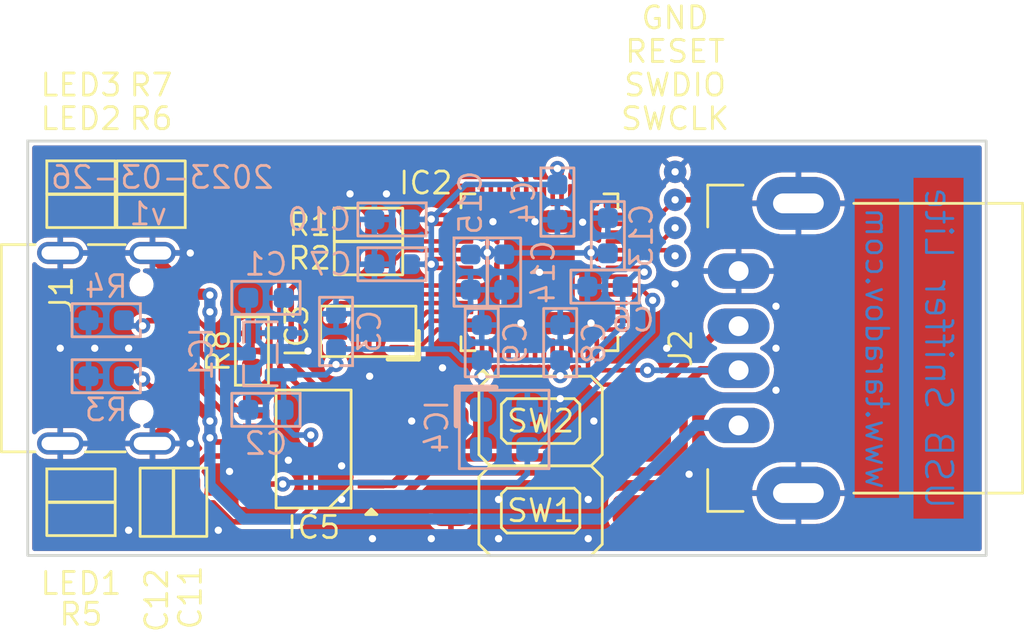
<source format=kicad_pcb>
(kicad_pcb (version 20221018) (generator pcbnew)
  (layers (0 "F.Cu" signal) (31 "B.Cu" signal) (34 "B.Paste" user) (35 "F.Paste" user) (36 "B.SilkS" user "B.Silkscreen") (37 "F.SilkS" user "F.Silkscreen") (38 "B.Mask" user) (39 "F.Mask" user) (44 "Edge.Cuts" user))
  (net 0 "")
  (net 1 "GND")
  (net 2 "/RESET")
  (net 3 "/SWCLK")
  (net 4 "/SWDIO")
  (net 5 "+3V3")
  (net 6 "VBUS")
  (net 7 "/USB_DP")
  (net 8 "/USB_DM")
  (net 9 "/QSPI_SD3")
  (net 10 "/QSPI_SCLK")
  (net 11 "/QSPI_SD0")
  (net 12 "/QSPI_SD2")
  (net 13 "/QSPI_SD1")
  (net 14 "/QSPI_SS")
  (net 15 "+1V1")
  (net 16 "Net-(LED1-A)")
  (net 20 "Net-(IC5-VD33F)")
  (net 21 "/CLK_12MHz")
  (net 22 "Net-(IC5-REXT)")
  (net 23 "/TARGET_DP")
  (net 24 "/TARGET_DM")
  (net 25 "/RP2040_DM")
  (net 26 "/RP2040_DP")
  (net 29 "Net-(LED3-A)")
  (net 30 "/LED_O")
  (net 31 "/LED_R")
  (net 32 "Net-(IC2-USB_DP)")
  (net 33 "Net-(IC2-USB_DM)")
  (net 61 "Net-(J1-PadCC1)")
  (net 62 "Net-(J1-PadCC2)")
  (net 65 "Net-(LED2-A)")
  (footprint "ataradov_ic:USON-8-3x2mm" (layer "F.Cu") (at 32.957 62.988 180)
    (fp_text reference "IC3")
    (fp_text value "SPI-FLASH")
  )
  (footprint "ataradov_conn:USB-A-Slots" (layer "F.Cu") (at 52.451 63.754 90)
    (fp_text reference "J2")
    (fp_text value "USB-A")
  )
  (footprint "ataradov_misc:Logo-Small" (layer "F.Cu") (at 27.686 58.42 90)
    (fp_text reference "Logo1" hide)
    (fp_text value "Logo" hide)
  )
  (footprint "ataradov_ic:QFN-56-0.4mm" (layer "F.Cu") (at 40.716 60.309 90)
    (fp_text reference "IC2")
    (fp_text value "RP2040")
  )
  (footprint "ataradov_misc:TestPoint-1.27mm-Small" (layer "F.Cu") (at 46.863 55.753)
    (fp_text reference "TP4" hide)
    (fp_text value "GND")
  )
  (footprint "ataradov_smd:0603" (layer "F.Cu") (at 32.969 58.15)
    (fp_text reference "R1")
    (fp_text value "27")
  )
  (footprint "ataradov_smd:0603" (layer "F.Cu") (at 19.939 71.501 180)
    (fp_text reference "R5")
    (fp_text value "10K")
  )
  (footprint "ataradov_misc:TestPoint-1.27mm-Small" (layer "F.Cu") (at 46.863 58.293)
    (fp_text reference "TP1" hide)
    (fp_text value "SWDIO")
  )
  (footprint "ataradov_smd:0603" (layer "F.Cu") (at 27.686 63.881 90)
    (fp_text reference "R8")
    (fp_text value "2.7K")
  )
  (footprint "ataradov_switch:TactSwitch-6mm-Half-SMD" (layer "F.Cu") (at 40.767 67.056 180)
    (fp_text reference "SW2")
    (fp_text value "TactSwitch")
  )
  (footprint "ataradov_misc:TestPoint-1.27mm-Small" (layer "F.Cu") (at 46.863 59.563)
    (fp_text reference "TP2" hide)
    (fp_text value "SWCLK")
  )
  (footprint "ataradov_switch:TactSwitch-6mm-Half-SMD" (layer "F.Cu") (at 40.767 71.12)
    (fp_text reference "SW1")
    (fp_text value "TactSwitch")
  )
  (footprint "ataradov_smd:0603" (layer "F.Cu") (at 24.892 70.739 -90)
    (fp_text reference "C11")
    (fp_text value "1uF")
  )
  (footprint "ataradov_smd:0603" (layer "F.Cu") (at 23.368 70.739 -90)
    (fp_text reference "C12")
    (fp_text value "100nF")
  )
  (footprint "ataradov_smd:0603" (layer "F.Cu") (at 23.114 57.531 180)
    (fp_text reference "R6")
    (fp_text value "10K")
  )
  (footprint "ataradov_smd:0603" (layer "F.Cu") (at 19.939 57.531)
    (fp_text reference "LED2")
    (fp_text value "Red")
  )
  (footprint "ataradov_smd:0603" (layer "F.Cu") (at 23.114 56.007 180)
    (fp_text reference "R7")
    (fp_text value "10K")
  )
  (footprint "ataradov_conn:USB-C" (layer "F.Cu") (at 18.999 63.754 -90)
    (fp_text reference "J1")
    (fp_text value "USB-C")
  )
  (footprint "ataradov_smd:0603" (layer "F.Cu") (at 19.939 56.007)
    (fp_text reference "LED3")
    (fp_text value "Orange")
  )
  (footprint "ataradov_smd:0603" (layer "F.Cu") (at 32.969 59.674)
    (fp_text reference "R2")
    (fp_text value "27")
  )
  (footprint "ataradov_misc:TestPoint-1.27mm-Small" (layer "F.Cu") (at 46.863 57.023)
    (fp_text reference "TP3" hide)
    (fp_text value "RESET")
  )
  (footprint "ataradov_smd:0603" (layer "F.Cu") (at 19.939 69.977)
    (fp_text reference "LED1")
    (fp_text value "Green")
  )
  (footprint "ataradov_ic:SSOP-16-0.635mm" (layer "F.Cu") (at 30.48 68.326 180)
    (fp_text reference "IC5")
    (fp_text value "FE8.1")
  )
  (footprint "ataradov_ic:CDFN-4-3.2x2.5mm" (layer "B.Cu") (at 39.116 67.437)
    (fp_text reference "IC4")
    (fp_text value "12 MHz")
  )
  (footprint "ataradov_smd:0603" (layer "B.Cu") (at 34.036 57.912 180)
    (fp_text reference "C10")
    (fp_text value "1uF")
  )
  (footprint "ataradov_smd:0603" (layer "B.Cu") (at 28.321 61.468)
    (fp_text reference "C1")
    (fp_text value "1uF")
  )
  (footprint "ataradov_smd:0603" (layer "B.Cu") (at 34.036 59.944 180)
    (fp_text reference "C7")
    (fp_text value "100nF")
  )
  (footprint "ataradov_ic:SOT-23" (layer "B.Cu") (at 28.067 64.008 180)
    (fp_text reference "IC1")
    (fp_text value "SC662K")
  )
  (footprint "ataradov_smd:0603" (layer "B.Cu") (at 43.815 58.65 90)
    (fp_text reference "C13")
    (fp_text value "100nF")
  )
  (footprint "ataradov_smd:0603" (layer "B.Cu") (at 43.688 60.96 180)
    (fp_text reference "C6")
    (fp_text value "100nF")
  )
  (footprint "ataradov_smd:0603" (layer "B.Cu") (at 28.321 66.548 180)
    (fp_text reference "C2")
    (fp_text value "1uF")
  )
  (footprint "ataradov_smd:0603" (layer "B.Cu") (at 41.529 57.126 -90)
    (fp_text reference "C4")
    (fp_text value "100nF")
  )
  (footprint "ataradov_smd:0603" (layer "B.Cu") (at 31.496 62.992 90)
    (fp_text reference "C3")
    (fp_text value "100nF")
  )
  (footprint "ataradov_smd:0603" (layer "B.Cu") (at 38.1 63.5 90)
    (fp_text reference "C9")
    (fp_text value "100nF")
  )
  (footprint "ataradov_smd:0603" (layer "B.Cu") (at 21.082 62.484 180)
    (fp_text reference "R4")
    (fp_text value "5.1K")
  )
  (footprint "ataradov_smd:0603" (layer "B.Cu") (at 41.656 63.5 90)
    (fp_text reference "C8")
    (fp_text value "100nF")
  )
  (footprint "ataradov_smd:0603" (layer "B.Cu") (at 37.592 60.301 -90)
    (fp_text reference "C15")
    (fp_text value "1uF")
  )
  (footprint "ataradov_smd:0603" (layer "B.Cu") (at 39.116 60.301 -90)
    (fp_text reference "C14")
    (fp_text value "100nF")
  )
  (footprint "ataradov_smd:0603" (layer "B.Cu") (at 21.082 65.024 180)
    (fp_text reference "R3")
    (fp_text value "5.1K")
  )
  (gr_rect (start 17.526 54.356) (end 60.96 73.152) (stroke (width 0.127)) (fill none) (layer "Edge.Cuts"))
  (gr_text "USB Sniffer Lite" (at 58.801 63.754 270) (layer "B.Cu") (effects (font (size 1.2 1.2) (thickness 0.127)) (justify mirror)))
  (gr_text "www.taradov.com" (at 56.007 63.754 270) (layer "B.Cu") (effects (font (size 1 1) (thickness 0.127)) (justify mirror)))
  (gr_text "2023-03-26" (at 23.622 56.007) (layer "B.SilkS") (effects (font (size 1 1) (thickness 0.127)) (justify mirror)))
  (gr_text "v1" (at 22.987 57.658) (layer "B.SilkS") (effects (font (size 1 1) (thickness 0.127)) (justify mirror)))
  (segment (start 23.179 68.074) (end 23.179 67.955) (width 0.2032) (layer "F.Cu") (net 1))
  (segment (start 34.357 62.238) (end 33.647 62.238) (width 0.254) (layer "F.Cu") (net 1))
  (segment (start 23.179 59.434) (end 23.179 59.553) (width 0.2032) (layer "F.Cu") (net 1))
  (segment (start 23.179 59.553) (end 24.13 60.504) (width 0.508) (layer "F.Cu") (net 1))
  (segment (start 23.179 67.955) (end 24.13 67.004) (width 0.508) (layer "F.Cu") (net 1))
  (segment (start 44.216 61.309) (end 44.958 61.309) (width 0.2032) (layer "F.Cu") (net 1))
  (via (at 51.435 61.849) (size 0.6858) (drill 0.3302) (layers "F.Cu" "B.Cu") (net 1))
  (via (at 39.878 62.611) (size 0.6858) (drill 0.3302) (layers "F.Cu" "B.Cu") (net 1))
  (via (at 38.862 70.612) (size 0.6858) (drill 0.3302) (layers "F.Cu" "B.Cu") (net 1))
  (via (at 46.863 60.833) (size 0.6858) (drill 0.3302) (layers "F.Cu" "B.Cu") (net 1))
  (via (at 38.608 58.015) (size 0.6858) (drill 0.3302) (layers "F.Cu" "B.Cu") (net 1))
  (via (at 30.226 63.881) (size 0.6858) (drill 0.3302) (layers "F.Cu" "B.Cu") (net 1))
  (via (at 40.716 60.309) (size 0.6858) (drill 0.3302) (layers "F.Cu" "B.Cu") (net 1))
  (via (at 31.75 70.612) (size 0.6858) (drill 0.3302) (layers "F.Cu" "B.Cu") (net 1))
  (via (at 40.513 58.015) (size 0.6858) (drill 0.3302) (layers "F.Cu" "B.Cu") (net 1))
  (via (at 22.098 72.009) (size 0.6858) (drill 0.3302) (layers "F.Cu" "B.Cu") (net 1))
  (via (at 29.337 68.834) (size 0.6858) (drill 0.3302) (layers "F.Cu" "B.Cu") (net 1))
  (via (at 51.435 63.754) (size 0.6858) (drill 0.3302) (layers "F.Cu" "B.Cu") (net 1))
  (via (at 36.322 64.643) (size 0.6858) (drill 0.3302) (layers "F.Cu" "B.Cu") (net 1))
  (via (at 33.147 72.39) (size 0.6858) (drill 0.3302) (layers "F.Cu" "B.Cu") (net 1))
  (via (at 42.672 58.039) (size 0.6858) (drill 0.3302) (layers "F.Cu" "B.Cu") (net 1))
  (via (at 41.656 66.04) (size 0.6858) (drill 0.3302) (layers "F.Cu" "B.Cu") (net 1))
  (via (at 18.999 63.754) (size 0.6858) (drill 0.3302) (layers "F.Cu" "B.Cu") (net 1))
  (via (at 47.498 69.469) (size 0.6858) (drill 0.3302) (layers "F.Cu" "B.Cu") (net 1))
  (via (at 22.098 63.754) (size 0.6858) (drill 0.3302) (layers "F.Cu" "B.Cu") (net 1))
  (via (at 32.131 56.753) (size 0.6858) (drill 0.3302) (layers "F.Cu" "B.Cu") (net 1))
  (via (at 46.482 63.754) (size 0.6858) (drill 0.3302) (layers "F.Cu" "B.Cu") (net 1))
  (via (at 33.782 56.753) (size 0.6858) (drill 0.3302) (layers "F.Cu" "B.Cu") (net 1))
  (via (at 51.435 65.659) (size 0.6858) (drill 0.3302) (layers "F.Cu" "B.Cu") (net 1))
  (via (at 42.926 70.612) (size 0.6858) (drill 0.3302) (layers "F.Cu" "B.Cu") (net 1))
  (via (at 24.892 59.436) (size 0.6858) (drill 0.3302) (layers "F.Cu" "B.Cu") (net 1))
  (via (at 20.56175 63.754) (size 0.6858) (drill 0.3302) (layers "F.Cu" "B.Cu") (net 1))
  (via (at 24.892 68.072) (size 0.6858) (drill 0.3302) (layers "F.Cu" "B.Cu") (net 1))
  (via (at 43.18 67.056) (size 0.6858) (drill 0.3302) (layers "F.Cu" "B.Cu") (net 1))
  (via (at 26.162 72.009) (size 0.6858) (drill 0.3302) (layers "F.Cu" "B.Cu") (net 1))
  (via (at 42.926 72.39) (size 0.6858) (drill 0.3302) (layers "F.Cu" "B.Cu") (net 1))
  (via (at 34.925 67.056) (size 0.6858) (drill 0.3302) (layers "F.Cu" "B.Cu") (net 1))
  (via (at 33.02 65.024) (size 0.6858) (drill 0.3302) (layers "F.Cu" "B.Cu") (net 1))
  (via (at 43.053 62.611) (size 0.6858) (drill 0.3302) (layers "F.Cu" "B.Cu") (net 1))
  (via (at 35.814 72.39) (size 0.6858) (drill 0.3302) (layers "F.Cu" "B.Cu") (net 1))
  (via (at 38.862 72.39) (size 0.6858) (drill 0.3302) (layers "F.Cu" "B.Cu") (net 1))
  (via (at 26.67 69.342) (size 0.6858) (drill 0.3302) (layers "F.Cu" "B.Cu") (net 1))
  (via (at 31.75 69.088) (size 0.6858) (drill 0.3302) (layers "F.Cu" "B.Cu") (net 1))
  (segment (start 52.197 67.564) (end 52.197 59.944) (width 0.254) (layer "F.Cu") (net 2))
  (segment (start 44.216 58.509) (end 45.377 58.509) (width 0.2032) (layer "F.Cu") (net 2))
  (segment (start 47.371 71.12) (end 49.53 68.961) (width 0.254) (layer "F.Cu") (net 2))
  (segment (start 44.831 71.12) (end 47.371 71.12) (width 0.254) (layer "F.Cu") (net 2))
  (segment (start 49.53 58.674) (end 47.879 57.023) (width 0.254) (layer "F.Cu") (net 2))
  (segment (start 50.8 68.961) (end 52.197 67.564) (width 0.254) (layer "F.Cu") (net 2))
  (segment (start 50.927 58.674) (end 49.53 58.674) (width 0.254) (layer "F.Cu") (net 2))
  (segment (start 52.197 59.944) (end 50.927 58.674) (width 0.254) (layer "F.Cu") (net 2))
  (segment (start 47.879 57.023) (end 46.863 57.023) (width 0.254) (layer "F.Cu") (net 2))
  (segment (start 49.53 68.961) (end 50.8 68.961) (width 0.254) (layer "F.Cu") (net 2))
  (segment (start 45.377 58.509) (end 46.863 57.023) (width 0.2032) (layer "F.Cu") (net 2))
  (segment (start 44.216 59.309) (end 46.609 59.309) (width 0.2032) (layer "F.Cu") (net 3))
  (segment (start 46.609 59.309) (end 46.863 59.563) (width 0.2032) (layer "F.Cu") (net 3))
  (segment (start 44.216 58.909) (end 46.247 58.909) (width 0.2032) (layer "F.Cu") (net 4))
  (segment (start 46.247 58.909) (end 46.863 58.293) (width 0.2032) (layer "F.Cu") (net 4))
  (segment (start 35.763 59.9435) (end 35.9285 60.109) (width 0.2032) (layer "F.Cu") (net 5))
  (segment (start 38.116 57.491) (end 37.898 57.709) (width 0.2032) (layer "F.Cu") (net 5))
  (segment (start 38.116 56.809) (end 38.116 57.491) (width 0.2032) (layer "F.Cu") (net 5))
  (segment (start 26.797 71.628) (end 25.9405 70.7715) (width 0.254) (layer "F.Cu") (net 5))
  (segment (start 45.466 60.301) (end 45.274 60.109) (width 0.2032) (layer "F.Cu") (net 5))
  (segment (start 41.716 64.94) (end 41.656 65) (width 0.2032) (layer "F.Cu") (net 5))
  (segment (start 29.718 71.628) (end 26.797 71.628) (width 0.254) (layer "F.Cu") (net 5))
  (segment (start 41.529 55.602) (end 41.716 55.789) (width 0.2032) (layer "F.Cu") (net 5))
  (segment (start 41.716 63.809) (end 41.716 64.94) (width 0.2032) (layer "F.Cu") (net 5))
  (segment (start 35.9975 59.709) (end 37.216 59.709) (width 0.2032) (layer "F.Cu") (net 5))
  (segment (start 22.3195 70.7715) (end 21.59 71.501) (width 0.254) (layer "F.Cu") (net 5))
  (segment (start 35.95 57.709) (end 37.216 57.709) (width 0.2032) (layer "F.Cu") (net 5))
  (segment (start 25.9405 70.7715) (end 22.3195 70.7715) (width 0.254) (layer "F.Cu") (net 5))
  (segment (start 35.9285 60.109) (end 37.216 60.109) (width 0.2032) (layer "F.Cu") (net 5))
  (segment (start 35.763 57.896) (end 35.95 57.709) (width 0.2032) (layer "F.Cu") (net 5))
  (segment (start 30.353 67.691) (end 30.353 70.993) (width 0.254) (layer "F.Cu") (net 5))
  (segment (start 30.353 70.993) (end 29.718 71.628) (width 0.254) (layer "F.Cu") (net 5))
  (segment (start 35.763 59.9435) (end 35.9975 59.709) (width 0.2032) (layer "F.Cu") (net 5))
  (segment (start 21.59 71.501) (end 20.739 71.501) (width 0.254) (layer "F.Cu") (net 5))
  (segment (start 35.976 58.109) (end 37.216 58.109) (width 0.2032) (layer "F.Cu") (net 5))
  (segment (start 31.557 64.431) (end 31.496 64.492) (width 0.254) (layer "F.Cu") (net 5))
  (segment (start 38.116 65.008) (end 38.1 65.024) (width 0.2032) (layer "F.Cu") (net 5))
  (segment (start 45.274 60.109) (end 44.216 60.109) (width 0.2032) (layer "F.Cu") (net 5))
  (segment (start 37.898 57.709) (end 37.216 57.709) (width 0.2032) (layer "F.Cu") (net 5))
  (segment (start 35.763 57.896) (end 35.976 58.109) (width 0.2032) (layer "F.Cu") (net 5))
  (segment (start 41.716 55.789) (end 41.716 56.809) (width 0.2032) (layer "F.Cu") (net 5))
  (segment (start 31.557 63.738) (end 31.557 64.431) (width 0.254) (layer "F.Cu") (net 5))
  (segment (start 38.116 63.809) (end 38.116 65.008) (width 0.2032) (layer "F.Cu") (net 5))
  (via (at 38.1 65.024) (size 0.6858) (drill 0.3302) (layers "F.Cu" "B.Cu") (net 5))
  (via (at 35.814 59.9435) (size 0.6858) (drill 0.3302) (layers "F.Cu" "B.Cu") (net 5))
  (via (at 31.496 64.492) (size 0.6858) (drill 0.3302) (layers "F.Cu" "B.Cu") (net 5))
  (via (at 41.529 55.602) (size 0.6858) (drill 0.3302) (layers "F.Cu" "B.Cu") (net 5))
  (via (at 45.466 60.301) (size 0.6858) (drill 0.3302) (layers "F.Cu" "B.Cu") (net 5))
  (via (at 41.656 65) (size 0.6858) (drill 0.3302) (layers "F.Cu" "B.Cu") (net 5))
  (via (at 30.353 67.691) (size 0.6858) (drill 0.3302) (layers "F.Cu" "B.Cu") (net 5))
  (via (at 35.814 57.896) (size 0.6858) (drill 0.3302) (layers "F.Cu" "B.Cu") (net 5))
  (segment (start 37.249 64.3) (end 36.741 63.792) (width 0.254) (layer "B.Cu") (net 5))
  (segment (start 35.814 57.896) (end 35.814 59.9435) (width 0.254) (layer "B.Cu") (net 5))
  (segment (start 38.066 68.337) (end 38.066 66.537) (width 0.254) (layer "B.Cu") (net 5))
  (segment (start 37.384 56.326) (end 35.814 57.896) (width 0.254) (layer "B.Cu") (net 5))
  (segment (start 34.836 59.944) (end 35.8135 59.944) (width 0.254) (layer "B.Cu") (net 5))
  (segment (start 29.121 66.548) (end 29.121 67.221) (width 0.254) (layer "B.Cu") (net 5))
  (segment (start 31.496 64.492) (end 31.03 64.958) (width 0.254) (layer "B.Cu") (net 5))
  (segment (start 34.836 57.912) (end 35.798 57.912) (width 0.254) (layer "B.Cu") (net 5))
  (segment (start 44.488 62.7) (end 44.488 60.96) (width 0.254) (layer "B.Cu") (net 5))
  (segment (start 31.03 64.958) (end 29.0045 64.958) (width 0.254) (layer "B.Cu") (net 5))
  (segment (start 44.488 60.96) (end 45.147 60.301) (width 0.254) (layer "B.Cu") (net 5))
  (segment (start 41.529 56.326) (end 37.384 56.326) (width 0.254) (layer "B.Cu") (net 5))
  (segment (start 38.066 65.058) (end 38.1 65.024) (width 0.254) (layer "B.Cu") (net 5))
  (segment (start 45.147 60.301) (end 45.466 60.301) (width 0.254) (layer "B.Cu") (net 5))
  (segment (start 35.798 57.912) (end 35.814 57.896) (width 0.254) (layer "B.Cu") (net 5))
  (segment (start 29.591 67.691) (end 30.353 67.691) (width 0.254) (layer "B.Cu") (net 5))
  (segment (start 42.888 64.3) (end 44.488 62.7) (width 0.254) (layer "B.Cu") (net 5))
  (segment (start 29.121 65.0745) (end 29.0045 64.958) (width 0.254) (layer "B.Cu") (net 5))
  (segment (start 35.814 63.792) (end 31.496 63.792) (width 0.254) (layer "B.Cu") (net 5))
  (segment (start 41.656 64.3) (end 42.888 64.3) (width 0.254) (layer "B.Cu") (net 5))
  (segment (start 36.741 63.792) (end 35.814 63.792) (width 0.254) (layer "B.Cu") (net 5))
  (segment (start 35.814 59.9435) (end 35.814 63.792) (width 0.254) (layer "B.Cu") (net 5))
  (segment (start 41.656 64.3) (end 38.1 64.3) (width 0.254) (layer "B.Cu") (net 5))
  (segment (start 29.121 67.221) (end 29.591 67.691) (width 0.254) (layer "B.Cu") (net 5))
  (segment (start 38.066 66.537) (end 38.066 65.058) (width 0.254) (layer "B.Cu") (net 5))
  (segment (start 37.249 64.3) (end 38.1 64.3) (width 0.254) (layer "B.Cu") (net 5))
  (segment (start 29.121 66.548) (end 29.121 65.0745) (width 0.254) (layer "B.Cu") (net 5))
  (segment (start 24.13 61.304) (end 25.49 61.304) (width 0.508) (layer "F.Cu") (net 6))
  (segment (start 27.88 68.0085) (end 25.9715 68.0085) (width 0.254) (layer "F.Cu") (net 6))
  (segment (start 25.781 67.818) (end 25.781 66.929) (width 0.508) (layer "F.Cu") (net 6))
  (segment (start 25.781 61.341) (end 25.781 62.103) (width 0.508) (layer "F.Cu") (net 6))
  (segment (start 25.056 66.204) (end 24.13 66.204) (width 0.508) (layer "F.Cu") (net 6))
  (segment (start 25.9715 68.0085) (end 25.781 67.818) (width 0.254) (layer "F.Cu") (net 6))
  (segment (start 25.781 66.929) (end 25.056 66.204) (width 0.508) (layer "F.Cu") (net 6))
  (via (at 25.781 61.341) (size 0.6858) (drill 0.3302) (layers "F.Cu" "B.Cu") (net 6))
  (via (at 25.781 67.818) (size 0.6858) (drill 0.3302) (layers "F.Cu" "B.Cu") (net 6))
  (via (at 25.781 67.056) (size 0.6858) (drill 0.3302) (layers "F.Cu" "B.Cu") (net 6))
  (via (at 25.781 62.103) (size 0.6858) (drill 0.3302) (layers "F.Cu" "B.Cu") (net 6))
  (segment (start 27.521 61.468) (end 27.521 63.6165) (width 0.254) (layer "B.Cu") (net 6))
  (segment (start 27.521 63.6165) (end 27.1295 64.008) (width 0.254) (layer "B.Cu") (net 6))
  (segment (start 27.1295 64.008) (end 25.781 64.008) (width 0.381) (layer "B.Cu") (net 6))
  (segment (start 43.561 71.501) (end 47.808 67.254) (width 0.508) (layer "B.Cu") (net 6))
  (segment (start 47.808 67.254) (end 49.741 67.254) (width 0.508) (layer "B.Cu") (net 6))
  (segment (start 27.305 71.501) (end 43.561 71.501) (width 0.508) (layer "B.Cu") (net 6))
  (segment (start 25.781 61.341) (end 25.781 64.008) (width 0.508) (layer "B.Cu") (net 6))
  (segment (start 25.781 69.977) (end 27.305 71.501) (width 0.508) (layer "B.Cu") (net 6))
  (segment (start 25.781 64.008) (end 25.781 67.818) (width 0.508) (layer "B.Cu") (net 6))
  (segment (start 25.781 67.818) (end 25.781 69.977) (width 0.508) (layer "B.Cu") (net 6))
  (segment (start 25.4 65.659) (end 27.1145 67.3735) (width 0.254) (layer "F.Cu") (net 7))
  (segment (start 23.120978 64.504) (end 24.13 64.504) (width 0.254) (layer "F.Cu") (net 7))
  (segment (start 25.4 64.764) (end 25.4 65.659) (width 0.254) (layer "F.Cu") (net 7))
  (segment (start 25.14 64.504) (end 25.4 64.764) (width 0.254) (layer "F.Cu") (net 7))
  (segment (start 24.13 63.504) (end 23.120978 63.504) (width 0.254) (layer "F.Cu") (net 7))
  (segment (start 22.936 64.319022) (end 23.120978 64.504) (width 0.254) (layer "F.Cu") (net 7))
  (segment (start 23.120978 63.504) (end 22.936 63.688978) (width 0.254) (layer "F.Cu") (net 7))
  (segment (start 22.936 63.688978) (end 22.936 64.319022) (width 0.254) (layer "F.Cu") (net 7))
  (segment (start 24.13 64.504) (end 25.14 64.504) (width 0.254) (layer "F.Cu") (net 7))
  (segment (start 27.1145 67.3735) (end 27.88 67.3735) (width 0.254) (layer "F.Cu") (net 7))
  (segment (start 25.4 64.004) (end 25.139022 64.004) (width 0.254) (layer "F.Cu") (net 8))
  (segment (start 25.8445 64.4485) (end 25.4 64.004) (width 0.254) (layer "F.Cu") (net 8))
  (segment (start 24.13 64.004) (end 25.139022 64.004) (width 0.254) (layer "F.Cu") (net 8))
  (segment (start 25.8445 65.3415) (end 25.8445 64.4485) (width 0.254) (layer "F.Cu") (net 8))
  (segment (start 25.349 63.213) (end 25.349 63.953) (width 0.254) (layer "F.Cu") (net 8))
  (segment (start 25.14 63.004) (end 25.349 63.213) (width 0.254) (layer "F.Cu") (net 8))
  (segment (start 27.2415 66.7385) (end 25.8445 65.3415) (width 0.254) (layer "F.Cu") (net 8))
  (segment (start 25.349 63.953) (end 25.4 64.004) (width 0.254) (layer "F.Cu") (net 8))
  (segment (start 24.13 63.004) (end 25.14 63.004) (width 0.254) (layer "F.Cu") (net 8))
  (segment (start 27.88 66.7385) (end 27.2415 66.7385) (width 0.254) (layer "F.Cu") (net 8))
  (segment (start 30.417 62.724485) (end 30.930515 63.238) (width 0.2032) (layer "F.Cu") (net 9))
  (segment (start 30.930515 63.238) (end 31.557 63.238) (width 0.2032) (layer "F.Cu") (net 9))
  (segment (start 30.417 61.796903) (end 30.417 62.724485) (width 0.2032) (layer "F.Cu") (net 9))
  (segment (start 37.216 60.909) (end 31.304903 60.909) (width 0.2032) (layer "F.Cu") (net 9))
  (segment (start 31.304903 60.909) (end 30.417 61.796903) (width 0.2032) (layer "F.Cu") (net 9))
  (segment (start 30.81538 62.566767) (end 30.986613 62.738) (width 0.2032) (layer "F.Cu") (net 10))
  (segment (start 30.81538 61.95462) (end 30.81538 62.566767) (width 0.2032) (layer "F.Cu") (net 10))
  (segment (start 30.986613 62.738) (end 31.557 62.738) (width 0.2032) (layer "F.Cu") (net 10))
  (segment (start 31.461 61.309) (end 30.81538 61.95462) (width 0.2032) (layer "F.Cu") (net 10))
  (segment (start 37.216 61.309) (end 31.461 61.309) (width 0.2032) (layer "F.Cu") (net 10))
  (segment (start 31.696 61.709) (end 31.557 61.848) (width 0.2032) (layer "F.Cu") (net 11))
  (segment (start 37.216 61.709) (end 31.696 61.709) (width 0.2032) (layer "F.Cu") (net 11))
  (segment (start 31.557 61.848) (end 31.557 62.238) (width 0.2032) (layer "F.Cu") (net 11))
  (segment (start 37.216 62.109) (end 36.503 62.109) (width 0.2032) (layer "F.Cu") (net 12))
  (segment (start 36.503 62.109) (end 36.499 62.105) (width 0.2032) (layer "F.Cu") (net 12))
  (segment (start 36.499 62.105) (end 35.618 62.105) (width 0.2032) (layer "F.Cu") (net 12))
  (segment (start 34.985 62.738) (end 34.357 62.738) (width 0.2032) (layer "F.Cu") (net 12))
  (segment (start 35.618 62.105) (end 34.985 62.738) (width 0.2032) (layer "F.Cu") (net 12))
  (segment (start 37.216 62.509) (end 35.770098 62.509) (width 0.2032) (layer "F.Cu") (net 13))
  (segment (start 35.041098 63.238) (end 34.357 63.238) (width 0.2032) (layer "F.Cu") (net 13))
  (segment (start 35.770098 62.509) (end 35.041098 63.238) (width 0.2032) (layer "F.Cu") (net 13))
  (segment (start 36.084 62.909) (end 35.255 63.738) (width 0.2032) (layer "F.Cu") (net 14))
  (segment (start 36.703 66.176026) (end 36.703 67.056) (width 0.2032) (layer "F.Cu") (net 14))
  (segment (start 35.255 64.728026) (end 36.703 66.176026) (width 0.2032) (layer "F.Cu") (net 14))
  (segment (start 35.255 63.738) (end 35.255 64.728026) (width 0.2032) (layer "F.Cu") (net 14))
  (segment (start 37.216 62.909) (end 36.084 62.909) (width 0.2032) (layer "F.Cu") (net 14))
  (segment (start 35.255 63.738) (end 34.357 63.738) (width 0.2032) (layer "F.Cu") (net 14))
  (segment (start 38.354 60.182) (end 38.027 60.509) (width 0.2032) (layer "F.Cu") (net 15))
  (segment (start 37.216 58.509) (end 38.0415 58.509) (width 0.2032) (layer "F.Cu") (net 15))
  (segment (start 38.027 60.509) (end 37.216 60.509) (width 0.2032) (layer "F.Cu") (net 15))
  (segment (start 38.0415 58.509) (end 38.354 58.8215) (width 0.2032) (layer "F.Cu") (net 15))
  (segment (start 44.216 59.709) (end 43.342 59.709) (width 0.2032) (layer "F.Cu") (net 15))
  (segment (start 38.354 58.8215) (end 38.354 60.182) (width 0.2032) (layer "F.Cu") (net 15))
  (segment (start 43.342 59.709) (end 43.053 59.42) (width 0.2032) (layer "F.Cu") (net 15))
  (via (at 38.354 59.42) (size 0.6858) (drill 0.3302) (layers "F.Cu" "B.Cu") (net 15))
  (via (at 43.053 59.42) (size 0.6858) (drill 0.3302) (layers "F.Cu" "B.Cu") (net 15))
  (segment (start 37.846 59.428) (end 38.989 59.428) (width 0.254) (layer "B.Cu") (net 15))
  (segment (start 43.045 59.428) (end 43.053 59.42) (width 0.254) (layer "B.Cu") (net 15))
  (segment (start 42.037 59.428) (end 43.045 59.428) (width 0.254) (layer "B.Cu") (net 15))
  (segment (start 38.989 59.428) (end 42.037 59.428) (width 0.254) (layer "B.Cu") (net 15))
  (segment (start 20.663 69.977) (end 19.139 71.501) (width 0.254) (layer "F.Cu") (net 16))
  (segment (start 20.739 69.977) (end 20.663 69.977) (width 0.254) (layer "F.Cu") (net 16))
  (segment (start 24.892 69.342) (end 24.892 69.939) (width 0.254) (layer "F.Cu") (net 20))
  (segment (start 27.88 68.6435) (end 25.5905 68.6435) (width 0.254) (layer "F.Cu") (net 20))
  (segment (start 25.5905 68.6435) (end 24.892 69.342) (width 0.254) (layer "F.Cu") (net 20))
  (segment (start 24.892 69.939) (end 23.368 69.939) (width 0.254) (layer "F.Cu") (net 20))
  (segment (start 45.175974 60.909) (end 44.216 60.909) (width 0.2032) (layer "F.Cu") (net 21))
  (segment (start 45.847 61.580026) (end 45.175974 60.909) (width 0.2032) (layer "F.Cu") (net 21))
  (segment (start 29.083 69.9135) (end 27.88 69.9135) (width 0.254) (layer "F.Cu") (net 21))
  (via (at 29.083 69.9135) (size 0.6858) (drill 0.3302) (layers "F.Cu" "B.Cu") (net 21))
  (via (at 45.847 61.580026) (size 0.6858) (drill 0.3302) (layers "F.Cu" "B.Cu") (net 21))
  (segment (start 29.083 69.9135) (end 29.1465 69.85) (width 0.254) (layer "B.Cu") (net 21))
  (segment (start 40.166 69.435) (end 40.166 68.337) (width 0.254) (layer "B.Cu") (net 21))
  (segment (start 40.502 68.337) (end 40.166 68.337) (width 0.254) (layer "B.Cu") (net 21))
  (segment (start 39.751 69.85) (end 40.166 69.435) (width 0.254) (layer "B.Cu") (net 21))
  (segment (start 29.1465 69.85) (end 39.751 69.85) (width 0.254) (layer "B.Cu") (net 21))
  (segment (start 45.847 61.580026) (end 45.847 62.992) (width 0.254) (layer "B.Cu") (net 21))
  (segment (start 45.847 62.992) (end 40.502 68.337) (width 0.254) (layer "B.Cu") (net 21))
  (segment (start 27.686 64.681) (end 27.686 65.9095) (width 0.254) (layer "F.Cu") (net 22))
  (segment (start 27.686 65.9095) (end 27.88 66.1035) (width 0.254) (layer "F.Cu") (net 22))
  (segment (start 43.434 65.405) (end 42.916 64.887) (width 0.2032) (layer "F.Cu") (net 23))
  (segment (start 35.306 68.707) (end 34.0995 69.9135) (width 0.381) (layer "F.Cu") (net 23))
  (segment (start 46.482 65.278) (end 46.482 67.945) (width 0.381) (layer "F.Cu") (net 23))
  (segment (start 49.006 62.754) (end 49.741 62.754) (width 0.381) (layer "F.Cu") (net 23))
  (segment (start 42.916 64.887) (end 42.916 63.809) (width 0.2032) (layer "F.Cu") (net 23))
  (segment (start 46.482 67.945) (end 45.72 68.707) (width 0.381) (layer "F.Cu") (net 23))
  (segment (start 46.482 65.278) (end 49.006 62.754) (width 0.381) (layer "F.Cu") (net 23))
  (segment (start 34.0995 69.9135) (end 33.08 69.9135) (width 0.381) (layer "F.Cu") (net 23))
  (segment (start 46.355 65.405) (end 43.434 65.405) (width 0.2032) (layer "F.Cu") (net 23))
  (segment (start 45.72 68.707) (end 35.306 68.707) (width 0.381) (layer "F.Cu") (net 23))
  (segment (start 46.482 65.278) (end 46.355 65.405) (width 0.2032) (layer "F.Cu") (net 23))
  (segment (start 47.244 68.199) (end 47.244 65.532) (width 0.381) (layer "F.Cu") (net 24))
  (segment (start 33.08 70.5485) (end 34.4805 70.5485) (width 0.381) (layer "F.Cu") (net 24))
  (segment (start 43.545 64.754) (end 43.316 64.525) (width 0.2032) (layer "F.Cu") (net 24))
  (segment (start 43.316 64.525) (end 43.316 63.809) (width 0.2032) (layer "F.Cu") (net 24))
  (segment (start 46.101 69.342) (end 47.244 68.199) (width 0.381) (layer "F.Cu") (net 24))
  (segment (start 35.687 69.342) (end 46.101 69.342) (width 0.381) (layer "F.Cu") (net 24))
  (segment (start 34.4805 70.5485) (end 35.687 69.342) (width 0.381) (layer "F.Cu") (net 24))
  (segment (start 48.022 64.754) (end 49.741 64.754) (width 0.381) (layer "F.Cu") (net 24))
  (segment (start 47.244 65.532) (end 48.022 64.754) (width 0.381) (layer "F.Cu") (net 24))
  (segment (start 45.609 64.754) (end 43.545 64.754) (width 0.2032) (layer "F.Cu") (net 24))
  (via (at 45.609 64.754) (size 0.6858) (drill 0.3302) (layers "F.Cu" "B.Cu") (net 24))
  (segment (start 45.609 64.754) (end 49.741 64.754) (width 0.254) (layer "B.Cu") (net 24))
  (segment (start 32.169 58.15) (end 31.615 58.15) (width 0.254) (layer "F.Cu") (net 25))
  (segment (start 28.956 64.619) (end 31.0755 66.7385) (width 0.254) (layer "F.Cu") (net 25))
  (segment (start 31.615 58.15) (end 28.956 60.809) (width 0.254) (layer "F.Cu") (net 25))
  (segment (start 28.956 60.809) (end 28.956 64.619) (width 0.254) (layer "F.Cu") (net 25))
  (segment (start 31.0755 66.7385) (end 33.08 66.7385) (width 0.254) (layer "F.Cu") (net 25))
  (segment (start 29.464 64.365) (end 31.2025 66.1035) (width 0.254) (layer "F.Cu") (net 26))
  (segment (start 30.853 59.674) (end 29.464 61.063) (width 0.254) (layer "F.Cu") (net 26))
  (segment (start 31.2025 66.1035) (end 33.08 66.1035) (width 0.254) (layer "F.Cu") (net 26))
  (segment (start 29.464 61.063) (end 29.464 64.365) (width 0.254) (layer "F.Cu") (net 26))
  (segment (start 32.169 59.674) (end 30.853 59.674) (width 0.254) (layer "F.Cu") (net 26))
  (segment (start 20.739 56.007) (end 22.314 56.007) (width 0.2032) (layer "F.Cu") (net 29))
  (segment (start 39.640414 55.5893) (end 25.9447 55.5893) (width 0.2032) (layer "F.Cu") (net 30))
  (segment (start 25.9447 55.5893) (end 25.527 56.007) (width 0.2032) (layer "F.Cu") (net 30))
  (segment (start 40.116 56.064886) (end 39.640414 55.5893) (width 0.2032) (layer "F.Cu") (net 30))
  (segment (start 40.116 56.809) (end 40.116 56.064886) (width 0.2032) (layer "F.Cu") (net 30))
  (segment (start 25.527 56.007) (end 23.914 56.007) (width 0.2032) (layer "F.Cu") (net 30))
  (segment (start 39.477338 55.983) (end 26.186 55.983) (width 0.2032) (layer "F.Cu") (net 31))
  (segment (start 24.638 57.531) (end 23.914 57.531) (width 0.2032) (layer "F.Cu") (net 31))
  (segment (start 39.716 56.221662) (end 39.477338 55.983) (width 0.2032) (layer "F.Cu") (net 31))
  (segment (start 39.716 56.809) (end 39.716 56.221662) (width 0.2032) (layer "F.Cu") (net 31))
  (segment (start 26.186 55.983) (end 24.638 57.531) (width 0.2032) (layer "F.Cu") (net 31))
  (segment (start 34.604 59.309) (end 34.239 59.674) (width 0.2032) (layer "F.Cu") (net 32))
  (segment (start 34.239 59.674) (end 33.769 59.674) (width 0.2032) (layer "F.Cu") (net 32))
  (segment (start 37.216 59.309) (end 34.604 59.309) (width 0.2032) (layer "F.Cu") (net 32))
  (segment (start 34.528 58.909) (end 33.769 58.15) (width 0.2032) (layer "F.Cu") (net 33))
  (segment (start 37.216 58.909) (end 34.528 58.909) (width 0.2032) (layer "F.Cu") (net 33))
  (segment (start 22.967 62.504) (end 22.733 62.738) (width 0.254) (layer "F.Cu") (net 61))
  (segment (start 24.13 62.504) (end 22.967 62.504) (width 0.254) (layer "F.Cu") (net 61))
  (via (at 22.733 62.738) (size 0.6858) (drill 0.3302) (layers "F.Cu" "B.Cu") (net 61))
  (segment (start 21.882 62.484) (end 22.136 62.738) (width 0.254) (layer "B.Cu") (net 61))
  (segment (start 22.136 62.738) (end 22.733 62.738) (width 0.254) (layer "B.Cu") (net 61))
  (segment (start 23.086 65.504) (end 24.13 65.504) (width 0.254) (layer "F.Cu") (net 62))
  (segment (start 22.733 65.151) (end 23.086 65.504) (width 0.254) (layer "F.Cu") (net 62))
  (via (at 22.733 65.151) (size 0.6858) (drill 0.3302) (layers "F.Cu" "B.Cu") (net 62))
  (segment (start 22.606 65.024) (end 22.733 65.151) (width 0.254) (layer "B.Cu") (net 62))
  (segment (start 21.882 65.024) (end 22.606 65.024) (width 0.254) (layer "B.Cu") (net 62))
  (segment (start 20.739 57.531) (end 22.314 57.531) (width 0.2032) (layer "F.Cu") (net 65))
  (zone (net 1) (net_name "GND") (layer "F.Cu") (connect_pads (clearance 0.2032)) (min_thickness 0.2032) (fill yes (thermal_gap 0.2032) (thermal_bridge_width 0.254))
    (polygon (pts (xy 60.96 73.152) (xy 17.526 73.152) (xy 17.526 54.356) (xy 60.96 54.356)))
  )
  (zone (net 1) (net_name "GND") (layer "B.Cu") (connect_pads (clearance 0.2032)) (min_thickness 0.2032) (fill yes (thermal_gap 0.2032) (thermal_bridge_width 0.254))
    (polygon (pts (xy 60.96 73.152) (xy 17.526 73.152) (xy 17.526 54.356) (xy 60.96 54.356)))
  )
)
</source>
